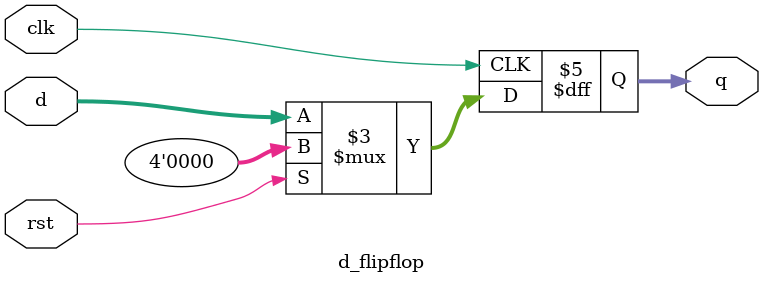
<source format=v>
module d_flipflop(
    input wire rst,
    input wire clk,
    input wire [3:0]d,
    output reg [3:0]q
);

always @(posedge clk) begin
    if(rst) begin
        q<=4'b0000;
    end
    else begin
        q<=d;
    end

end

endmodule
</source>
